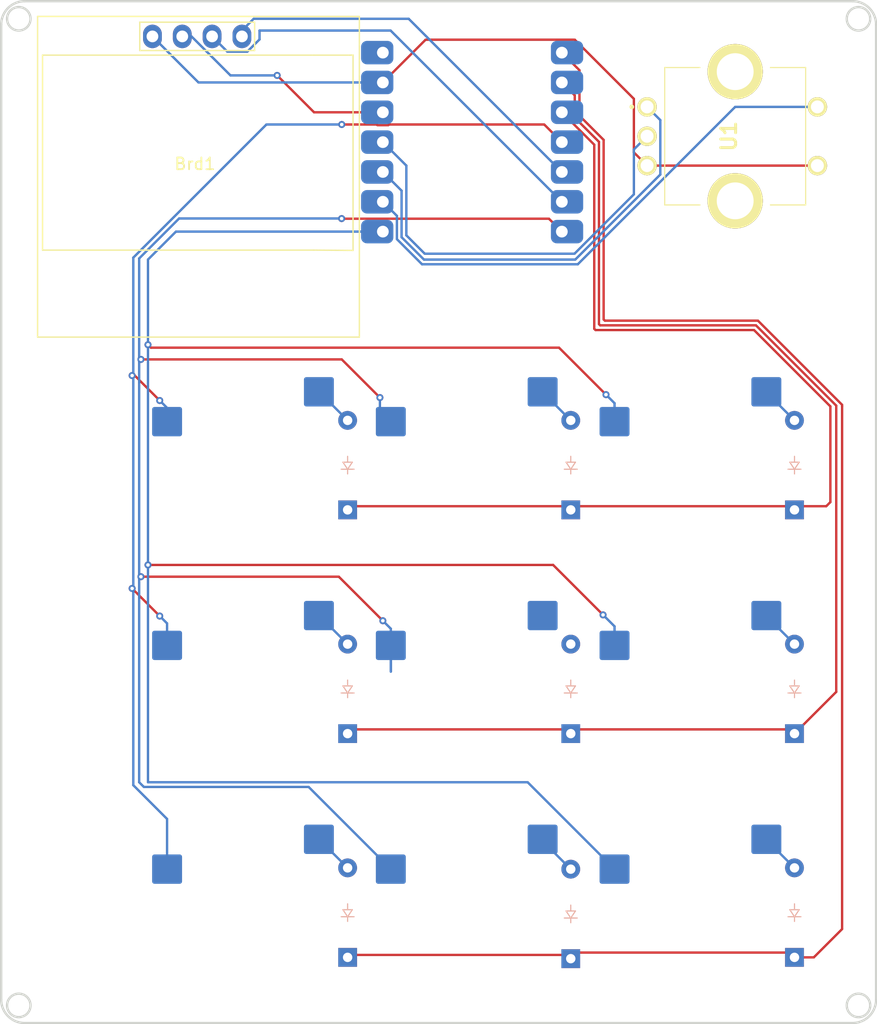
<source format=kicad_pcb>
(kicad_pcb (version 20240108) (generator "pcbnew") (generator_version "8.0")
  (layers (0 "F.Cu" signal) (31 "B.Cu" signal) (34 "B.Paste" user) (35 "F.Paste" user) (36 "B.SilkS" user "B.Silkscreen") (37 "F.SilkS" user "F.Silkscreen") (38 "B.Mask" user) (39 "F.Mask" user) (44 "Edge.Cuts" user))
  (net 0 "")
  (net 1 "Net-(D1-A)")
  (net 2 "Row 1")
  (net 3 "Net-(D2-A)")
  (net 4 "Net-(D3-A)")
  (net 5 "Net-(D4-A)")
  (net 6 "Row 2")
  (net 7 "Net-(D5-A)")
  (net 8 "Net-(D6-A)")
  (net 9 "Row 3")
  (net 10 "Net-(D7-A)")
  (net 11 "Net-(D8-A)")
  (net 12 "Net-(D9-A)")
  (net 13 "GND")
  (net 14 "Col 2")
  (net 15 "Col 3")
  (net 16 "Col 1")
  (net 17 "SCL")
  (net 18 "+3.3V")
  (net 20 "SDA")
  (net 21 "ENC_A")
  (net 22 "ENC_B")
  (net 23 "ENC_C")
  (footprint "display:128x64OLED" (layer "F.Cu") (at 114 52.1)
    (property "Reference" "Brd1" (at 0 0.254 0) (layer "F.SilkS"))
    (property "Value" "SSD1306")
    (fp_line (start -13.4 -12.3) (end 14 -12.3) (stroke (width 0.12)) (layer "F.SilkS"))
    (fp_line (start -13.4 15) (end -13.4 -12.3) (stroke (width 0.12)) (layer "F.SilkS"))
    (fp_line (start -12.978 -9.005) (end 10.122 -9.005) (stroke (width 0.12)) (layer "F.SilkS"))
    (fp_line (start -12.978 7.595) (end -12.978 -9.005) (stroke (width 0.12)) (layer "F.SilkS"))
    (fp_line (start -4.699 -11.811) (end -4.699 -9.398) (stroke (width 0.12)) (layer "F.SilkS"))
    (fp_line (start -4.699 -11.811) (end 5.08 -11.811) (stroke (width 0.12)) (layer "F.SilkS"))
    (fp_line (start 5.08 -11.811) (end 5.08 -9.398) (stroke (width 0.12)) (layer "F.SilkS"))
    (fp_line (start 5.08 -9.398) (end -4.699 -9.398) (stroke (width 0.12)) (layer "F.SilkS"))
    (fp_line (start 10.122 -9.005) (end 13.208 -9.005) (stroke (width 0.12)) (layer "F.SilkS"))
    (fp_line (start 10.122 7.595) (end -12.978 7.595) (stroke (width 0.12)) (layer "F.SilkS"))
    (fp_line (start 10.122 7.595) (end 13.462 7.62) (stroke (width 0.12)) (layer "F.SilkS"))
    (fp_line (start 13.462 -9.017) (end 13.208 -9.005) (stroke (width 0.12)) (layer "F.SilkS"))
    (fp_line (start 13.462 7.62) (end 13.462 -9.017) (stroke (width 0.12)) (layer "F.SilkS"))
    (fp_line (start 14 -12.3) (end 14 15) (stroke (width 0.12)) (layer "F.SilkS"))
    (fp_line (start 14 15) (end -13.4 15) (stroke (width 0.12)) (layer "F.SilkS"))
    (pad "1" thru_hole oval (at -3.62 -10.6 90) (size 2 1.6) (drill 1) (layers "*.Cu" "*.Mask") (net 13 "GND"))
    (pad "2" thru_hole oval (at -1.08 -10.6 90) (size 2 1.6) (drill 1) (layers "*.Cu" "*.Mask") (net 18 "+3.3V"))
    (pad "3" thru_hole oval (at 1.46 -10.6 90) (size 2 1.6) (drill 1) (layers "*.Cu" "*.Mask") (net 17 "SCL"))
    (pad "4" thru_hole oval (at 4 -10.6 90) (size 2 1.6) (drill 1) (layers "*.Cu" "*.Mask") (net 20 "SDA"))
  )
  (footprint "knob:EC11B202440M" (layer "F.Cu") (at 159.462 50 -90)
    (property "Reference" "U1" (at 0 0 -90) (layer "F.SilkS") (effects (font (size 1.27 1.27) (thickness 0.254))))
    (property "Value" "EC11E15244C0" (hide yes))
    (fp_line (start -2.6 8.262) (end -2.6 8.262) (stroke (width 0.2)) (layer "F.SilkS"))
    (fp_line (start -2.4 8.262) (end -2.4 8.262) (stroke (width 0.2)) (layer "F.SilkS"))
    (fp_line (start -5.85 5.462) (end 5.85 5.462) (stroke (width 0.1)) (layer "F.SilkS"))
    (fp_line (start 5.85 5.462) (end 5.85 2.462) (stroke (width 0.1)) (layer "F.SilkS"))
    (fp_line (start -5.85 2.462) (end -5.85 5.462) (stroke (width 0.1)) (layer "F.SilkS"))
    (fp_line (start -5.85 -3.538) (end -5.85 -6.538) (stroke (width 0.1)) (layer "F.SilkS"))
    (fp_line (start -5.85 -6.538) (end 5.85 -6.538) (stroke (width 0.1)) (layer "F.SilkS"))
    (fp_line (start 5.85 -6.538) (end 5.85 -3.538) (stroke (width 0.1)) (layer "F.SilkS"))
    (fp_arc (start -2.6 8.262) (mid -2.499 8.163) (end -2.4 8.264) (stroke (width 0.2)) (layer "F.SilkS"))
    (fp_arc (start -2.4 8.262) (mid -2.499 8.363) (end -2.6 8.264) (stroke (width 0.2)) (layer "F.SilkS"))
    (pad "1" thru_hole circle (at -2.5 6.962) (size 1.65 1.65) (drill 1.1) (layers "*.Cu" "*.Mask" "F.SilkS") (net 21 "ENC_A"))
    (pad "2" thru_hole circle (at 2.5 6.962) (size 1.65 1.65) (drill 1.1) (layers "*.Cu" "*.Mask" "F.SilkS") (net 13 "GND"))
    (pad "3" thru_hole circle (at 0 6.962) (size 1.65 1.65) (drill 1.1) (layers "*.Cu" "*.Mask" "F.SilkS") (net 22 "ENC_B"))
    (pad "4" thru_hole circle (at -2.5 -7.538) (size 1.65 1.65) (drill 1.1) (layers "*.Cu" "*.Mask" "F.SilkS") (net 23 "ENC_C"))
    (pad "5" thru_hole circle (at 2.5 -7.538) (size 1.65 1.65) (drill 1.1) (layers "*.Cu" "*.Mask" "F.SilkS") (net 13 "GND"))
    (pad "6" thru_hole circle (at -5.5 -0.538) (size 4.70775 4.70775) (drill 3.1385) (layers "*.Cu" "*.Mask" "F.SilkS"))
    (pad "7" thru_hole circle (at 5.5 -0.538) (size 4.70775 4.70775) (drill 3.1385) (layers "*.Cu" "*.Mask" "F.SilkS"))
  )
  (footprint "ScottoKeebs_Components:Diode_DO-35" (layer "B.Cu") (at 127 119.91 90)
    (property "Reference" "D7" (hide yes))
    (property "Value" "Diode" (hide yes))
    (fp_line (start 3.46 -0.55) (end 3.46 0.55) (stroke (width 0.1)) (layer "B.SilkS"))
    (fp_line (start 4.06 -0.4) (end 4.06 0.4) (stroke (width 0.1)) (layer "B.SilkS"))
    (fp_line (start 4.56 0) (end 4.06 0) (stroke (width 0.1)) (layer "B.SilkS"))
    (fp_line (start 3.46 0) (end 4.06 -0.4) (stroke (width 0.1)) (layer "B.SilkS"))
    (fp_line (start 3.46 0) (end 3.06 0) (stroke (width 0.1)) (layer "B.SilkS"))
    (fp_line (start 4.06 0.4) (end 3.46 0) (stroke (width 0.1)) (layer "B.SilkS"))
    (pad "1" thru_hole rect (at 0 0 90) (size 1.6 1.6) (drill 0.8) (layers "*.Cu" "*.Mask") (net 9 "Row 3"))
    (pad "2" thru_hole oval (at 7.62 0 90) (size 1.6 1.6) (drill 0.8) (layers "*.Cu" "*.Mask") (net 10 "Net-(D7-A)"))
  )
  (footprint "ScottoKeebs_Components:Diode_DO-35" (layer "B.Cu") (at 165.05 100.86 90)
    (property "Reference" "D6" (hide yes))
    (property "Value" "Diode" (hide yes))
    (fp_line (start 3.46 -0.55) (end 3.46 0.55) (stroke (width 0.1)) (layer "B.SilkS"))
    (fp_line (start 4.06 -0.4) (end 4.06 0.4) (stroke (width 0.1)) (layer "B.SilkS"))
    (fp_line (start 4.56 0) (end 4.06 0) (stroke (width 0.1)) (layer "B.SilkS"))
    (fp_line (start 3.46 0) (end 4.06 -0.4) (stroke (width 0.1)) (layer "B.SilkS"))
    (fp_line (start 3.46 0) (end 3.06 0) (stroke (width 0.1)) (layer "B.SilkS"))
    (fp_line (start 4.06 0.4) (end 3.46 0) (stroke (width 0.1)) (layer "B.SilkS"))
    (pad "1" thru_hole rect (at 0 0 90) (size 1.6 1.6) (drill 0.8) (layers "*.Cu" "*.Mask") (net 6 "Row 2"))
    (pad "2" thru_hole oval (at 7.62 0 90) (size 1.6 1.6) (drill 0.8) (layers "*.Cu" "*.Mask") (net 8 "Net-(D6-A)"))
  )
  (footprint "cherry:MX-Hotswap-1U" (layer "B.Cu") (at 118.7125 114.9375 180)
    (property "Reference" "S7")
    (property "Value" "Keyswitch")
    (pad "" np_thru_hole circle (at -5.08 0 228.099) (size 1.7018 1.7018) (drill 1.7018) (layers "F&B.Cu" "*.Mask"))
    (pad "" np_thru_hole circle (at -2.54 5.08 180) (size 3 3) (drill 3) (layers "F&B.Cu" "*.Mask"))
    (pad "" np_thru_hole circle (at 0 0 180) (size 3.9878 3.9878) (drill 3.9878) (layers "F&B.Cu" "*.Mask"))
    (pad "" np_thru_hole circle (at 3.81 2.54 180) (size 3 3) (drill 3) (layers "F&B.Cu" "*.Mask"))
    (pad "" np_thru_hole circle (at 5.08 0 228.099) (size 1.7018 1.7018) (drill 1.7018) (layers "F&B.Cu" "*.Mask"))
    (pad "1" smd roundrect (at 7.085 2.54 180) (size 2.55 2.5) (layers "B.Cu" "B.Paste" "B.Mask") (roundrect_rratio 0.08) (net 16 "Col 1"))
    (pad "2" smd roundrect (at -5.842 5.08 180) (size 2.55 2.5) (layers "B.Cu" "B.Paste" "B.Mask") (roundrect_rratio 0.08) (net 10 "Net-(D7-A)"))
  )
  (footprint "ScottoKeebs_Components:Diode_DO-35" (layer "B.Cu") (at 127 81.81 90)
    (property "Reference" "D1" (hide yes))
    (property "Value" "Diode" (hide yes))
    (fp_line (start 3.46 -0.55) (end 3.46 0.55) (stroke (width 0.1)) (layer "B.SilkS"))
    (fp_line (start 4.06 -0.4) (end 4.06 0.4) (stroke (width 0.1)) (layer "B.SilkS"))
    (fp_line (start 4.56 0) (end 4.06 0) (stroke (width 0.1)) (layer "B.SilkS"))
    (fp_line (start 3.46 0) (end 4.06 -0.4) (stroke (width 0.1)) (layer "B.SilkS"))
    (fp_line (start 3.46 0) (end 3.06 0) (stroke (width 0.1)) (layer "B.SilkS"))
    (fp_line (start 4.06 0.4) (end 3.46 0) (stroke (width 0.1)) (layer "B.SilkS"))
    (pad "1" thru_hole rect (at 0 0 90) (size 1.6 1.6) (drill 0.8) (layers "*.Cu" "*.Mask") (net 2 "Row 1"))
    (pad "2" thru_hole oval (at 7.62 0 90) (size 1.6 1.6) (drill 0.8) (layers "*.Cu" "*.Mask") (net 1 "Net-(D1-A)"))
  )
  (footprint "ScottoKeebs_Components:Diode_DO-35" (layer "B.Cu") (at 146 81.81 90)
    (property "Reference" "D2" (hide yes))
    (property "Value" "Diode" (hide yes))
    (fp_line (start 3.46 -0.55) (end 3.46 0.55) (stroke (width 0.1)) (layer "B.SilkS"))
    (fp_line (start 4.06 -0.4) (end 4.06 0.4) (stroke (width 0.1)) (layer "B.SilkS"))
    (fp_line (start 4.56 0) (end 4.06 0) (stroke (width 0.1)) (layer "B.SilkS"))
    (fp_line (start 3.46 0) (end 4.06 -0.4) (stroke (width 0.1)) (layer "B.SilkS"))
    (fp_line (start 3.46 0) (end 3.06 0) (stroke (width 0.1)) (layer "B.SilkS"))
    (fp_line (start 4.06 0.4) (end 3.46 0) (stroke (width 0.1)) (layer "B.SilkS"))
    (pad "1" thru_hole rect (at 0 0 90) (size 1.6 1.6) (drill 0.8) (layers "*.Cu" "*.Mask") (net 2 "Row 1"))
    (pad "2" thru_hole oval (at 7.62 0 90) (size 1.6 1.6) (drill 0.8) (layers "*.Cu" "*.Mask") (net 3 "Net-(D2-A)"))
  )
  (footprint "ScottoKeebs_Components:Diode_DO-35" (layer "B.Cu") (at 165.05 81.81 90)
    (property "Reference" "D3" (hide yes))
    (property "Value" "Diode" (hide yes))
    (fp_line (start 3.46 -0.55) (end 3.46 0.55) (stroke (width 0.1)) (layer "B.SilkS"))
    (fp_line (start 4.06 -0.4) (end 4.06 0.4) (stroke (width 0.1)) (layer "B.SilkS"))
    (fp_line (start 4.56 0) (end 4.06 0) (stroke (width 0.1)) (layer "B.SilkS"))
    (fp_line (start 3.46 0) (end 4.06 -0.4) (stroke (width 0.1)) (layer "B.SilkS"))
    (fp_line (start 3.46 0) (end 3.06 0) (stroke (width 0.1)) (layer "B.SilkS"))
    (fp_line (start 4.06 0.4) (end 3.46 0) (stroke (width 0.1)) (layer "B.SilkS"))
    (pad "1" thru_hole rect (at 0 0 90) (size 1.6 1.6) (drill 0.8) (layers "*.Cu" "*.Mask") (net 2 "Row 1"))
    (pad "2" thru_hole oval (at 7.62 0 90) (size 1.6 1.6) (drill 0.8) (layers "*.Cu" "*.Mask") (net 4 "Net-(D3-A)"))
  )
  (footprint "ScottoKeebs_Components:Diode_DO-35" (layer "B.Cu") (at 165.05 119.91 90)
    (property "Reference" "D9" (hide yes))
    (property "Value" "Diode" (hide yes))
    (fp_line (start 3.46 -0.55) (end 3.46 0.55) (stroke (width 0.1)) (layer "B.SilkS"))
    (fp_line (start 4.06 -0.4) (end 4.06 0.4) (stroke (width 0.1)) (layer "B.SilkS"))
    (fp_line (start 4.56 0) (end 4.06 0) (stroke (width 0.1)) (layer "B.SilkS"))
    (fp_line (start 3.46 0) (end 4.06 -0.4) (stroke (width 0.1)) (layer "B.SilkS"))
    (fp_line (start 3.46 0) (end 3.06 0) (stroke (width 0.1)) (layer "B.SilkS"))
    (fp_line (start 4.06 0.4) (end 3.46 0) (stroke (width 0.1)) (layer "B.SilkS"))
    (pad "1" thru_hole rect (at 0 0 90) (size 1.6 1.6) (drill 0.8) (layers "*.Cu" "*.Mask") (net 9 "Row 3"))
    (pad "2" thru_hole oval (at 7.62 0 90) (size 1.6 1.6) (drill 0.8) (layers "*.Cu" "*.Mask") (net 12 "Net-(D9-A)"))
  )
  (footprint "cherry:MX-Hotswap-1U" (layer "B.Cu") (at 156.8125 76.8375 180)
    (property "Reference" "S3")
    (property "Value" "Keyswitch")
    (pad "" np_thru_hole circle (at -5.08 0 228.099) (size 1.7018 1.7018) (drill 1.7018) (layers "F&B.Cu" "*.Mask"))
    (pad "" np_thru_hole circle (at -2.54 5.08 180) (size 3 3) (drill 3) (layers "F&B.Cu" "*.Mask"))
    (pad "" np_thru_hole circle (at 0 0 180) (size 3.9878 3.9878) (drill 3.9878) (layers "F&B.Cu" "*.Mask"))
    (pad "" np_thru_hole circle (at 3.81 2.54 180) (size 3 3) (drill 3) (layers "F&B.Cu" "*.Mask"))
    (pad "" np_thru_hole circle (at 5.08 0 228.099) (size 1.7018 1.7018) (drill 1.7018) (layers "F&B.Cu" "*.Mask"))
    (pad "1" smd roundrect (at 7.085 2.54 180) (size 2.55 2.5) (layers "B.Cu" "B.Paste" "B.Mask") (roundrect_rratio 0.08) (net 15 "Col 3"))
    (pad "2" smd roundrect (at -5.842 5.08 180) (size 2.55 2.5) (layers "B.Cu" "B.Paste" "B.Mask") (roundrect_rratio 0.08) (net 4 "Net-(D3-A)"))
  )
  (footprint "cherry:MX-Hotswap-1U" (layer "B.Cu") (at 118.7125 95.8875 180)
    (property "Reference" "S4")
    (property "Value" "Keyswitch")
    (pad "" np_thru_hole circle (at -5.08 0 228.099) (size 1.7018 1.7018) (drill 1.7018) (layers "F&B.Cu" "*.Mask"))
    (pad "" np_thru_hole circle (at -2.54 5.08 180) (size 3 3) (drill 3) (layers "F&B.Cu" "*.Mask"))
    (pad "" np_thru_hole circle (at 0 0 180) (size 3.9878 3.9878) (drill 3.9878) (layers "F&B.Cu" "*.Mask"))
    (pad "" np_thru_hole circle (at 3.81 2.54 180) (size 3 3) (drill 3) (layers "F&B.Cu" "*.Mask"))
    (pad "" np_thru_hole circle (at 5.08 0 228.099) (size 1.7018 1.7018) (drill 1.7018) (layers "F&B.Cu" "*.Mask"))
    (pad "1" smd roundrect (at 7.085 2.54 180) (size 2.55 2.5) (layers "B.Cu" "B.Paste" "B.Mask") (roundrect_rratio 0.08) (net 16 "Col 1"))
    (pad "2" smd roundrect (at -5.842 5.08 180) (size 2.55 2.5) (layers "B.Cu" "B.Paste" "B.Mask") (roundrect_rratio 0.08) (net 5 "Net-(D4-A)"))
  )
  (footprint "ScottoKeebs_Components:Diode_DO-35" (layer "B.Cu") (at 127 100.86 90)
    (property "Reference" "D4" (hide yes))
    (property "Value" "Diode" (hide yes))
    (fp_line (start 3.46 -0.55) (end 3.46 0.55) (stroke (width 0.1)) (layer "B.SilkS"))
    (fp_line (start 4.06 -0.4) (end 4.06 0.4) (stroke (width 0.1)) (layer "B.SilkS"))
    (fp_line (start 4.56 0) (end 4.06 0) (stroke (width 0.1)) (layer "B.SilkS"))
    (fp_line (start 3.46 0) (end 4.06 -0.4) (stroke (width 0.1)) (layer "B.SilkS"))
    (fp_line (start 3.46 0) (end 3.06 0) (stroke (width 0.1)) (layer "B.SilkS"))
    (fp_line (start 4.06 0.4) (end 3.46 0) (stroke (width 0.1)) (layer "B.SilkS"))
    (pad "1" thru_hole rect (at 0 0 90) (size 1.6 1.6) (drill 0.8) (layers "*.Cu" "*.Mask") (net 6 "Row 2"))
    (pad "2" thru_hole oval (at 7.62 0 90) (size 1.6 1.6) (drill 0.8) (layers "*.Cu" "*.Mask") (net 5 "Net-(D4-A)"))
  )
  (footprint "cherry:MX-Hotswap-1U" (layer "B.Cu") (at 156.8125 114.9375 180)
    (property "Reference" "S9")
    (property "Value" "Keyswitch")
    (pad "" np_thru_hole circle (at -5.08 0 228.099) (size 1.7018 1.7018) (drill 1.7018) (layers "F&B.Cu" "*.Mask"))
    (pad "" np_thru_hole circle (at -2.54 5.08 180) (size 3 3) (drill 3) (layers "F&B.Cu" "*.Mask"))
    (pad "" np_thru_hole circle (at 0 0 180) (size 3.9878 3.9878) (drill 3.9878) (layers "F&B.Cu" "*.Mask"))
    (pad "" np_thru_hole circle (at 3.81 2.54 180) (size 3 3) (drill 3) (layers "F&B.Cu" "*.Mask"))
    (pad "" np_thru_hole circle (at 5.08 0 228.099) (size 1.7018 1.7018) (drill 1.7018) (layers "F&B.Cu" "*.Mask"))
    (pad "1" smd roundrect (at 7.085 2.54 180) (size 2.55 2.5) (layers "B.Cu" "B.Paste" "B.Mask") (roundrect_rratio 0.08) (net 15 "Col 3"))
    (pad "2" smd roundrect (at -5.842 5.08 180) (size 2.55 2.5) (layers "B.Cu" "B.Paste" "B.Mask") (roundrect_rratio 0.08) (net 12 "Net-(D9-A)"))
  )
  (footprint "ScottoKeebs_Components:Diode_DO-35" (layer "B.Cu") (at 146 100.86 90)
    (property "Reference" "D5" (hide yes))
    (property "Value" "Diode" (hide yes))
    (fp_line (start 3.46 -0.55) (end 3.46 0.55) (stroke (width 0.1)) (layer "B.SilkS"))
    (fp_line (start 4.06 -0.4) (end 4.06 0.4) (stroke (width 0.1)) (layer "B.SilkS"))
    (fp_line (start 4.56 0) (end 4.06 0) (stroke (width 0.1)) (layer "B.SilkS"))
    (fp_line (start 3.46 0) (end 4.06 -0.4) (stroke (width 0.1)) (layer "B.SilkS"))
    (fp_line (start 3.46 0) (end 3.06 0) (stroke (width 0.1)) (layer "B.SilkS"))
    (fp_line (start 4.06 0.4) (end 3.46 0) (stroke (width 0.1)) (layer "B.SilkS"))
    (pad "1" thru_hole rect (at 0 0 90) (size 1.6 1.6) (drill 0.8) (layers "*.Cu" "*.Mask") (net 6 "Row 2"))
    (pad "2" thru_hole oval (at 7.62 0 90) (size 1.6 1.6) (drill 0.8) (layers "*.Cu" "*.Mask") (net 7 "Net-(D5-A)"))
  )
  (footprint "cherry:MX-Hotswap-1U" (layer "B.Cu") (at 118.7125 76.8375 180)
    (property "Reference" "S1")
    (property "Value" "Keyswitch")
    (pad "" np_thru_hole circle (at -5.08 0 228.099) (size 1.7018 1.7018) (drill 1.7018) (layers "F&B.Cu" "*.Mask"))
    (pad "" np_thru_hole circle (at -2.54 5.08 180) (size 3 3) (drill 3) (layers "F&B.Cu" "*.Mask"))
    (pad "" np_thru_hole circle (at 0 0 180) (size 3.9878 3.9878) (drill 3.9878) (layers "F&B.Cu" "*.Mask"))
    (pad "" np_thru_hole circle (at 3.81 2.54 180) (size 3 3) (drill 3) (layers "F&B.Cu" "*.Mask"))
    (pad "" np_thru_hole circle (at 5.08 0 228.099) (size 1.7018 1.7018) (drill 1.7018) (layers "F&B.Cu" "*.Mask"))
    (pad "1" smd roundrect (at 7.085 2.54 180) (size 2.55 2.5) (layers "B.Cu" "B.Paste" "B.Mask") (roundrect_rratio 0.08) (net 16 "Col 1"))
    (pad "2" smd roundrect (at -5.842 5.08 180) (size 2.55 2.5) (layers "B.Cu" "B.Paste" "B.Mask") (roundrect_rratio 0.08) (net 1 "Net-(D1-A)"))
  )
  (footprint "cherry:MX-Hotswap-1U" (layer "B.Cu") (at 156.8125 95.8875 180)
    (property "Reference" "S6")
    (property "Value" "Keyswitch")
    (pad "" np_thru_hole circle (at -5.08 0 228.099) (size 1.7018 1.7018) (drill 1.7018) (layers "F&B.Cu" "*.Mask"))
    (pad "" np_thru_hole circle (at -2.54 5.08 180) (size 3 3) (drill 3) (layers "F&B.Cu" "*.Mask"))
    (pad "" np_thru_hole circle (at 0 0 180) (size 3.9878 3.9878) (drill 3.9878) (layers "F&B.Cu" "*.Mask"))
    (pad "" np_thru_hole circle (at 3.81 2.54 180) (size 3 3) (drill 3) (layers "F&B.Cu" "*.Mask"))
    (pad "" np_thru_hole circle (at 5.08 0 228.099) (size 1.7018 1.7018) (drill 1.7018) (layers "F&B.Cu" "*.Mask"))
    (pad "1" smd roundrect (at 7.085 2.54 180) (size 2.55 2.5) (layers "B.Cu" "B.Paste" "B.Mask") (roundrect_rratio 0.08) (net 15 "Col 3"))
    (pad "2" smd roundrect (at -5.842 5.08 180) (size 2.55 2.5) (layers "B.Cu" "B.Paste" "B.Mask") (roundrect_rratio 0.08) (net 8 "Net-(D6-A)"))
  )
  (footprint "mcusb:Seeed_XIAO_RP2040" (layer "B.Cu") (at 137.62 50.5 180)
    (property "Reference" "U2" (hide yes))
    (property "Value" "MCU_Seeed_XIAO_RP2040")
    (pad "1" smd roundrect (at -8.065 7.62 180) (size 2.75 2) (layers "B.Cu" "B.Paste" "B.Mask") (net 9 "Row 3"))
    (pad "1" thru_hole rect (at -7.62 7.62 90) (size 1.6 1.6) (drill 1) (layers "*.Cu" "*.Mask") (net 9 "Row 3"))
    (pad "2" smd roundrect (at -8.065 5.08 180) (size 2.75 2) (layers "B.Cu" "B.Paste" "B.Mask") (net 6 "Row 2"))
    (pad "2" thru_hole circle (at -7.62 5.08 90) (size 1.6 1.6) (drill 1) (layers "*.Cu" "*.Mask") (net 6 "Row 2"))
    (pad "3" smd roundrect (at -8.065 2.54 180) (size 2.75 2) (layers "B.Cu" "B.Paste" "B.Mask") (net 2 "Row 1"))
    (pad "3" thru_hole circle (at -7.62 2.54 90) (size 1.6 1.6) (drill 1) (layers "*.Cu" "*.Mask") (net 2 "Row 1"))
    (pad "4" smd roundrect (at -8.065 0 180) (size 2.75 2) (layers "B.Cu" "B.Paste" "B.Mask") (net 16 "Col 1"))
    (pad "4" thru_hole circle (at -7.62 0 90) (size 1.6 1.6) (drill 1) (layers "*.Cu" "*.Mask") (net 16 "Col 1"))
    (pad "5" smd roundrect (at -8.065 -2.54 180) (size 2.75 2) (layers "B.Cu" "B.Paste" "B.Mask") (net 20 "SDA"))
    (pad "5" thru_hole circle (at -7.62 -2.54 90) (size 1.6 1.6) (drill 1) (layers "*.Cu" "*.Mask") (net 20 "SDA"))
    (pad "6" smd roundrect (at -8.065 -5.08 180) (size 2.75 2) (layers "B.Cu" "B.Paste" "B.Mask") (net 17 "SCL"))
    (pad "6" thru_hole circle (at -7.62 -5.08 90) (size 1.6 1.6) (drill 1) (layers "*.Cu" "*.Mask") (net 17 "SCL"))
    (pad "7" smd roundrect (at -8.065 -7.62 180) (size 2.75 2) (layers "B.Cu" "B.Paste" "B.Mask") (net 14 "Col 2"))
    (pad "7" thru_hole circle (at -7.62 -7.62 90) (size 1.6 1.6) (drill 1) (layers "*.Cu" "*.Mask") (net 14 "Col 2"))
    (pad "8" thru_hole circle (at 7.62 -7.62 90) (size 1.6 1.6) (drill 1) (layers "*.Cu" "*.Mask") (net 15 "Col 3"))
    (pad "8" smd roundrect (at 8.1 -7.62 180) (size 2.75 2) (layers "B.Cu" "B.Paste" "B.Mask") (net 15 "Col 3"))
    (pad "9" thru_hole circle (at 7.62 -5.08 90) (size 1.6 1.6) (drill 1) (layers "*.Cu" "*.Mask") (net 23 "ENC_C"))
    (pad "9" smd roundrect (at 8.1 -5.08 180) (size 2.75 2) (layers "B.Cu" "B.Paste" "B.Mask") (net 23 "ENC_C"))
    (pad "10" thru_hole circle (at 7.62 -2.54 90) (size 1.6 1.6) (drill 1) (layers "*.Cu" "*.Mask") (net 21 "ENC_A"))
    (pad "10" smd roundrect (at 8.1 -2.54 180) (size 2.75 2) (layers "B.Cu" "B.Paste" "B.Mask") (net 21 "ENC_A"))
    (pad "11" thru_hole circle (at 7.62 0 90) (size 1.6 1.6) (drill 1) (layers "*.Cu" "*.Mask") (net 22 "ENC_B"))
    (pad "11" smd roundrect (at 8.1 0 180) (size 2.75 2) (layers "B.Cu" "B.Paste" "B.Mask") (net 22 "ENC_B"))
    (pad "12" thru_hole circle (at 7.62 2.54 90) (size 1.6 1.6) (drill 1) (layers "*.Cu" "*.Mask") (net 18 "+3.3V"))
    (pad "12" smd roundrect (at 8.1 2.54 180) (size 2.75 2) (layers "B.Cu" "B.Paste" "B.Mask") (net 18 "+3.3V"))
    (pad "13" thru_hole circle (at 7.62 5.08 90) (size 1.6 1.6) (drill 1) (layers "*.Cu" "*.Mask") (net 13 "GND"))
    (pad "13" smd roundrect (at 8.1 5.08 180) (size 2.75 2) (layers "B.Cu" "B.Paste" "B.Mask") (net 13 "GND"))
    (pad "14" thru_hole circle (at 7.62 7.62 90) (size 1.6 1.6) (drill 1) (layers "*.Cu" "*.Mask"))
    (pad "14" smd roundrect (at 8.1 7.62 180) (size 2.75 2) (layers "B.Cu" "B.Paste" "B.Mask"))
  )
  (footprint "cherry:MX-Hotswap-1U" (layer "B.Cu") (at 137.7625 76.8375 180)
    (property "Reference" "S2")
    (property "Value" "Keyswitch")
    (pad "" np_thru_hole circle (at -5.08 0 228.099) (size 1.7018 1.7018) (drill 1.7018) (layers "F&B.Cu" "*.Mask"))
    (pad "" np_thru_hole circle (at -2.54 5.08 180) (size 3 3) (drill 3) (layers "F&B.Cu" "*.Mask"))
    (pad "" np_thru_hole circle (at 0 0 180) (size 3.9878 3.9878) (drill 3.9878) (layers "F&B.Cu" "*.Mask"))
    (pad "" np_thru_hole circle (at 3.81 2.54 180) (size 3 3) (drill 3) (layers "F&B.Cu" "*.Mask"))
    (pad "" np_thru_hole circle (at 5.08 0 228.099) (size 1.7018 1.7018) (drill 1.7018) (layers "F&B.Cu" "*.Mask"))
    (pad "1" smd roundrect (at 7.085 2.54 180) (size 2.55 2.5) (layers "B.Cu" "B.Paste" "B.Mask") (roundrect_rratio 0.08) (net 14 "Col 2"))
    (pad "2" smd roundrect (at -5.842 5.08 180) (size 2.55 2.5) (layers "B.Cu" "B.Paste" "B.Mask") (roundrect_rratio 0.08) (net 3 "Net-(D2-A)"))
  )
  (footprint "cherry:MX-Hotswap-1U" (layer "B.Cu") (at 137.7625 114.9375 180)
    (property "Reference" "S8")
    (property "Value" "Keyswitch")
    (pad "" np_thru_hole circle (at -5.08 0 228.099) (size 1.7018 1.7018) (drill 1.7018) (layers "F&B.Cu" "*.Mask"))
    (pad "" np_thru_hole circle (at -2.54 5.08 180) (size 3 3) (drill 3) (layers "F&B.Cu" "*.Mask"))
    (pad "" np_thru_hole circle (at 0 0 180) (size 3.9878 3.9878) (drill 3.9878) (layers "F&B.Cu" "*.Mask"))
    (pad "" np_thru_hole circle (at 3.81 2.54 180) (size 3 3) (drill 3) (layers "F&B.Cu" "*.Mask"))
    (pad "" np_thru_hole circle (at 5.08 0 228.099) (size 1.7018 1.7018) (drill 1.7018) (layers "F&B.Cu" "*.Mask"))
    (pad "1" smd roundrect (at 7.085 2.54 180) (size 2.55 2.5) (layers "B.Cu" "B.Paste" "B.Mask") (roundrect_rratio 0.08) (net 14 "Col 2"))
    (pad "2" smd roundrect (at -5.842 5.08 180) (size 2.55 2.5) (layers "B.Cu" "B.Paste" "B.Mask") (roundrect_rratio 0.08) (net 11 "Net-(D8-A)"))
  )
  (footprint "ScottoKeebs_Components:Diode_DO-35" (layer "B.Cu") (at 146 120.02 90)
    (property "Reference" "D8" (hide yes))
    (property "Value" "Diode" (hide yes))
    (fp_line (start 3.46 -0.55) (end 3.46 0.55) (stroke (width 0.1)) (layer "B.SilkS"))
    (fp_line (start 4.06 -0.4) (end 4.06 0.4) (stroke (width 0.1)) (layer "B.SilkS"))
    (fp_line (start 4.56 0) (end 4.06 0) (stroke (width 0.1)) (layer "B.SilkS"))
    (fp_line (start 3.46 0) (end 4.06 -0.4) (stroke (width 0.1)) (layer "B.SilkS"))
    (fp_line (start 3.46 0) (end 3.06 0) (stroke (width 0.1)) (layer "B.SilkS"))
    (fp_line (start 4.06 0.4) (end 3.46 0) (stroke (width 0.1)) (layer "B.SilkS"))
    (pad "1" thru_hole rect (at 0 0 90) (size 1.6 1.6) (drill 0.8) (layers "*.Cu" "*.Mask") (net 9 "Row 3"))
    (pad "2" thru_hole oval (at 7.62 0 90) (size 1.6 1.6) (drill 0.8) (layers "*.Cu" "*.Mask") (net 11 "Net-(D8-A)"))
  )
  (footprint "cherry:MX-Hotswap-1U" (layer "B.Cu") (at 137.7625 95.8875 180)
    (property "Reference" "S5")
    (property "Value" "Keyswitch")
    (pad "" np_thru_hole circle (at -5.08 0 228.099) (size 1.7018 1.7018) (drill 1.7018) (layers "F&B.Cu" "*.Mask"))
    (pad "" np_thru_hole circle (at -2.54 5.08 180) (size 3 3) (drill 3) (layers "F&B.Cu" "*.Mask"))
    (pad "" np_thru_hole circle (at 0 0 180) (size 3.9878 3.9878) (drill 3.9878) (layers "F&B.Cu" "*.Mask"))
    (pad "" np_thru_hole circle (at 3.81 2.54 180) (size 3 3) (drill 3) (layers "F&B.Cu" "*.Mask"))
    (pad "" np_thru_hole circle (at 5.08 0 228.099) (size 1.7018 1.7018) (drill 1.7018) (layers "F&B.Cu" "*.Mask"))
    (pad "1" smd roundrect (at 7.085 2.54 180) (size 2.55 2.5) (layers "B.Cu" "B.Paste" "B.Mask") (roundrect_rratio 0.08) (net 14 "Col 2"))
    (pad "2" smd roundrect (at -5.842 5.08 180) (size 2.55 2.5) (layers "B.Cu" "B.Paste" "B.Mask") (roundrect_rratio 0.08) (net 7 "Net-(D5-A)"))
  )
  (gr_line (start 169.105 73) (end 169.105 117.5) (stroke (width 0.2)) (layer "F.Cu") (net 9))
  (gr_circle (center 99 40) (end 100 40) (stroke (width 0.2)) (fill none) (layer "Edge.Cuts"))
  (gr_circle (center 170.5 124) (end 171.5 124) (stroke (width 0.2)) (fill none) (layer "Edge.Cuts"))
  (gr_circle (center 99 124) (end 100 124) (stroke (width 0.2)) (fill none) (layer "Edge.Cuts"))
  (gr_arc (start 99.5 125.5) (mid 98.085786 124.914214) (end 97.5 123.5) (stroke (width 0.2)) (layer "Edge.Cuts"))
  (gr_line (start 99.5 38.5) (end 170 38.5) (stroke (width 0.2)) (layer "Edge.Cuts"))
  (gr_circle (center 170.5 40) (end 171.5 40) (stroke (width 0.2)) (fill none) (layer "Edge.Cuts"))
  (gr_arc (start 97.5 40.5) (mid 98.085786 39.085786) (end 99.5 38.5) (stroke (width 0.2)) (layer "Edge.Cuts"))
  (gr_line (start 170 125.5) (end 99.5 125.5) (stroke (width 0.2)) (layer "Edge.Cuts"))
  (gr_arc (start 172 123.5) (mid 171.414214 124.914214) (end 170 125.5) (stroke (width 0.2)) (layer "Edge.Cuts"))
  (gr_line (start 172 40.5) (end 172 123.5) (stroke (width 0.2)) (layer "Edge.Cuts"))
  (gr_line (start 97.5 123.5) (end 97.5 40.5) (stroke (width 0.2)) (layer "Edge.Cuts"))
  (gr_arc (start 170 38.5) (mid 171.414214 39.085786) (end 172 40.5) (stroke (width 0.2)) (layer "Edge.Cuts"))
  (segment (start 127 74.19) (end 124.5675 71.7575) (width 0.2) (layer "B.Cu") (net 1))
  (segment (start 124.5675 71.7575) (end 124.5545 71.7575) (width 0.2) (layer "B.Cu") (net 1))
  (segment (start 127.31 81.5) (end 127 81.81) (width 0.2) (layer "F.Cu") (net 2))
  (segment (start 145.24 47.96) (end 148 50.72) (width 0.2) (layer "F.Cu") (net 2))
  (segment (start 148.105 66.5) (end 161.605 66.5) (width 0.2) (layer "F.Cu") (net 2))
  (segment (start 146.31 81.5) (end 146 81.81) (width 0.2) (layer "F.Cu") (net 2))
  (segment (start 167.755 81.5) (end 165.36 81.5) (width 0.2) (layer "F.Cu") (net 2))
  (segment (start 145.69 81.5) (end 127.31 81.5) (width 0.2) (layer "F.Cu") (net 2))
  (segment (start 168.105 73) (end 168.105 81.15) (width 0.2) (layer "F.Cu") (net 2))
  (segment (start 165.05 81.81) (end 164.74 81.5) (width 0.2) (layer "F.Cu") (net 2))
  (segment (start 146 81.81) (end 145.69 81.5) (width 0.2) (layer "F.Cu") (net 2))
  (segment (start 164.74 81.5) (end 146.31 81.5) (width 0.2) (layer "F.Cu") (net 2))
  (segment (start 168.105 81.15) (end 167.755 81.5) (width 0.2) (layer "F.Cu") (net 2))
  (segment (start 165.36 81.5) (end 165.05 81.81) (width 0.2) (layer "F.Cu") (net 2))
  (segment (start 161.605 66.5) (end 168.105 73) (width 0.2) (layer "F.Cu") (net 2))
  (segment (start 148 66.395) (end 148.105 66.5) (width 0.2) (layer "F.Cu") (net 2))
  (segment (start 148 50.72) (end 148 66.395) (width 0.2) (layer "F.Cu") (net 2))
  (segment (start 143.6045 71.7945) (end 143.6045 71.7575) (width 0.2) (layer "B.Cu") (net 3))
  (segment (start 146 74.19) (end 143.6045 71.7945) (width 0.2) (layer "B.Cu") (net 3))
  (segment (start 162.6545 71.7945) (end 162.6545 71.7575) (width 0.2) (layer "B.Cu") (net 4))
  (segment (start 165.05 74.19) (end 162.6545 71.7945) (width 0.2) (layer "B.Cu") (net 4))
  (segment (start 127 93.24) (end 124.5675 90.8075) (width 0.2) (layer "B.Cu") (net 5))
  (segment (start 124.5675 90.8075) (end 124.5545 90.8075) (width 0.2) (layer "B.Cu") (net 5))
  (segment (start 127.36 100.5) (end 127 100.86) (width 0.2) (layer "F.Cu") (net 6))
  (segment (start 146 100.86) (end 145.64 100.5) (width 0.2) (layer "F.Cu") (net 6))
  (segment (start 168.605 72.934314) (end 168.605 97.305) (width 0.2) (layer "F.Cu") (net 6))
  (segment (start 164.69 100.5) (end 146.36 100.5) (width 0.2) (layer "F.Cu") (net 6))
  (segment (start 161.770686 66.1) (end 168.605 72.934314) (width 0.2) (layer "F.Cu") (net 6))
  (segment (start 148.4 50.475635) (end 148.4 65.995) (width 0.2) (layer "F.Cu") (net 6))
  (segment (start 168.605 97.305) (end 165.05 100.86) (width 0.2) (layer "F.Cu") (net 6))
  (segment (start 165.05 100.86) (end 164.69 100.5) (width 0.2) (layer "F.Cu") (net 6))
  (segment (start 145.24 45.42) (end 146.34 46.52) (width 0.2) (layer "F.Cu") (net 6))
  (segment (start 148.505 66.1) (end 161.770686 66.1) (width 0.2) (layer "F.Cu") (net 6))
  (segment (start 146.36 100.5) (end 146 100.86) (width 0.2) (layer "F.Cu") (net 6))
  (segment (start 146.34 48.415635) (end 148.4 50.475635) (width 0.2) (layer "F.Cu") (net 6))
  (segment (start 148.4 65.995) (end 148.505 66.1) (width 0.2) (layer "F.Cu") (net 6))
  (segment (start 146.34 46.52) (end 146.34 48.415635) (width 0.2) (layer "F.Cu") (net 6))
  (segment (start 145.64 100.5) (end 127.36 100.5) (width 0.2) (layer "F.Cu") (net 6))
  (segment (start 162.6545 90.8445) (end 162.6545 90.8075) (width 0.2) (layer "B.Cu") (net 8))
  (segment (start 165.05 93.24) (end 162.6545 90.8445) (width 0.2) (layer "B.Cu") (net 8))
  (segment (start 169.105 73) (end 169.105 72.868628) (width 0.2) (layer "F.Cu") (net 9))
  (segment (start 146.74 44.38) (end 145.24 42.88) (width 0.2) (layer "F.Cu") (net 9))
  (segment (start 145.68 119.7) (end 146 120.02) (width 0.2) (layer "F.Cu") (net 9))
  (segment (start 169.105 72.868628) (end 161.936372 65.7) (width 0.2) (layer "F.Cu") (net 9))
  (segment (start 127.21 119.7) (end 145.68 119.7) (width 0.2) (layer "F.Cu") (net 9))
  (segment (start 127 119.91) (end 127.21 119.7) (width 0.2) (layer "F.Cu") (net 9))
  (segment (start 166.695 119.91) (end 169.105 117.5) (width 0.2) (layer "F.Cu") (net 9))
  (segment (start 161.936372 65.7) (end 148.905 65.7) (width 0.2) (layer "F.Cu") (net 9))
  (segment (start 165.05 119.91) (end 166.695 119.91) (width 0.2) (layer "F.Cu") (net 9))
  (segment (start 148.8 50.309949) (end 146.74 48.249949) (width 0.2) (layer "F.Cu") (net 9))
  (segment (start 148.905 65.7) (end 148.8 65.595) (width 0.2) (layer "F.Cu") (net 9))
  (segment (start 148.8 65.595) (end 148.8 50.309949) (width 0.2) (layer "F.Cu") (net 9))
  (segment (start 164.64 119.5) (end 165.05 119.91) (width 0.2) (layer "F.Cu") (net 9))
  (segment (start 146 120.02) (end 146.52 119.5) (width 0.2) (layer "F.Cu") (net 9))
  (segment (start 146.74 48.249949) (end 146.74 44.38) (width 0.2) (layer "F.Cu") (net 9))
  (segment (start 146.52 119.5) (end 164.64 119.5) (width 0.2) (layer "F.Cu") (net 9))
  (segment (start 124.5545 109.8575) (end 124.5675 109.8575) (width 0.2) (layer "B.Cu") (net 10))
  (segment (start 124.5675 109.8575) (end 127 112.29) (width 0.2) (layer "B.Cu") (net 10))
  (segment (start 143.6045 109.8575) (end 143.6045 110.0045) (width 0.2) (layer "B.Cu") (net 11))
  (segment (start 143.6045 110.0045) (end 146 112.4) (width 0.2) (layer "B.Cu") (net 11))
  (segment (start 162.6545 109.8945) (end 165.05 112.29) (width 0.2) (layer "B.Cu") (net 12))
  (segment (start 162.6545 109.8575) (end 162.6545 109.8945) (width 0.2) (layer "B.Cu") (net 12))
  (segment (start 133.64 41.78) (end 146.34 41.78) (width 0.2) (layer "F.Cu") (net 13))
  (segment (start 152.5 52.5) (end 151.375 51.375) (width 0.2) (layer "F.Cu") (net 13))
  (segment (start 151.375 46.815) (end 146.34 41.78) (width 0.2) (layer "F.Cu") (net 13))
  (segment (start 130 45.42) (end 133.64 41.78) (width 0.2) (layer "F.Cu") (net 13))
  (segment (start 151.375 51.375) (end 151.375 46.815) (width 0.2) (layer "F.Cu") (net 13))
  (segment (start 167 52.5) (end 152.5 52.5) (width 0.2) (layer "F.Cu") (net 13))
  (segment (start 110.38 41.5) (end 114.3 45.42) (width 0.2) (layer "B.Cu") (net 13))
  (segment (start 114.3 45.42) (end 129.52 45.42) (width 0.2) (layer "B.Cu") (net 13))
  (segment (start 109.4 69) (end 126.5 69) (width 0.2) (layer "F.Cu") (net 14))
  (segment (start 144.14 57.02) (end 145.24 58.12) (width 0.2) (layer "F.Cu") (net 14))
  (segment (start 109.4 87.5) (end 126.25 87.5) (width 0.2) (layer "F.Cu") (net 14))
  (segment (start 126.49 57.01) (end 126.5 57.02) (width 0.2) (layer "F.Cu") (net 14))
  (segment (start 126.5 57.02) (end 144.14 57.02) (width 0.2) (layer "F.Cu") (net 14))
  (segment (start 126.25 87.5) (end 130 91.25) (width 0.2) (layer "F.Cu") (net 14))
  (segment (start 126.5 69) (end 129.75 72.25) (width 0.2) (layer "F.Cu") (net 14))
  (via (at 126.49 57.01) (size 0.6) (drill 0.3) (layers "F.Cu" "B.Cu") (net 14))
  (via (at 109.4 87.5) (size 0.6) (drill 0.3) (layers "F.Cu" "B.Cu") (net 14))
  (via (at 129.75 72.25) (size 0.6) (drill 0.3) (layers "F.Cu" "B.Cu") (net 14))
  (via (at 130 91.25) (size 0.6) (drill 0.3) (layers "F.Cu" "B.Cu") (net 14))
  (via (at 109.4 69) (size 0.6) (drill 0.3) (layers "F.Cu" "B.Cu") (net 14))
  (segment (start 123.68 105.4) (end 130.6775 112.3975) (width 0.2) (layer "B.Cu") (net 14))
  (segment (start 109.25 87.35) (end 109.25 69.15) (width 0.2) (layer "B.Cu") (net 14))
  (segment (start 109.65 105.4) (end 123.68 105.4) (width 0.2) (layer "B.Cu") (net 14))
  (segment (start 109.25 105) (end 109.65 105.4) (width 0.2) (layer "B.Cu") (net 14))
  (segment (start 129.75 73.37) (end 129.75 72.25) (width 0.2) (layer "B.Cu") (net 14))
  (segment (start 109.25 69.15) (end 109.4 69) (width 0.2) (layer "B.Cu") (net 14))
  (segment (start 126.48 57) (end 126.49 57.01) (width 0.2) (layer "B.Cu") (net 14))
  (segment (start 109.4 87.5) (end 109.25 87.65) (width 0.2) (layer "B.Cu") (net 14))
  (segment (start 130.6775 93.3475) (end 130.6775 95.580829) (width 0.2) (layer "B.Cu") (net 14))
  (segment (start 112.651471 57) (end 126.48 57) (width 0.2) (layer "B.Cu") (net 14))
  (segment (start 109.4 69) (end 109.25 68.85) (width 0.2) (layer "B.Cu") (net 14))
  (segment (start 109.25 60.401471) (end 112.651471 57) (width 0.2) (layer "B.Cu") (net 14))
  (segment (start 109.25 87.65) (end 109.25 105) (width 0.2) (layer "B.Cu") (net 14))
  (segment (start 109.25 68.85) (end 109.25 60.401471) (width 0.2) (layer "B.Cu") (net 14))
  (segment (start 109.4 87.5) (end 109.25 87.35) (width 0.2) (layer "B.Cu") (net 14))
  (segment (start 130.6775 74.2975) (end 129.75 73.37) (width 0.2) (layer "B.Cu") (net 14))
  (segment (start 130.6775 95.580829) (end 130.6775 91.9275) (width 0.2) (layer "B.Cu") (net 14))
  (segment (start 130.6775 91.9275) (end 130 91.25) (width 0.2) (layer "B.Cu") (net 14))
  (segment (start 110.25 68) (end 145 68) (width 0.2) (layer "F.Cu") (net 15))
  (segment (start 144.5 86.5) (end 148.75 90.75) (width 0.2) (layer "F.Cu") (net 15))
  (segment (start 145 68) (end 149 72) (width 0.2) (layer "F.Cu") (net 15))
  (segment (start 110 86.5) (end 144.5 86.5) (width 0.2) (layer "F.Cu") (net 15))
  (segment (start 110 67.75) (end 110.25 68) (width 0.2) (layer "F.Cu") (net 15))
  (via (at 110 67.75) (size 0.6) (drill 0.3) (layers "F.Cu" "B.Cu") (net 15))
  (via (at 148.75 90.75) (size 0.6) (drill 0.3) (layers "F.Cu" "B.Cu") (net 15))
  (via (at 149 72) (size 0.6) (drill 0.3) (layers "F.Cu" "B.Cu") (net 15))
  (via (at 110 86.5) (size 0.6) (drill 0.3) (layers "F.Cu" "B.Cu") (net 15))
  (segment (start 110 67.75) (end 110 60.5) (width 0.2) (layer "B.Cu") (net 15))
  (segment (start 149.7275 72.7275) (end 149 72) (width 0.2) (layer "B.Cu") (net 15))
  (segment (start 110 86.5) (end 110 67.75) (width 0.2) (layer "B.Cu") (net 15))
  (segment (start 110 105) (end 142.33 105) (width 0.2) (layer "B.Cu") (net 15))
  (segment (start 142.33 105) (end 149.7275 112.3975) (width 0.2) (layer "B.Cu") (net 15))
  (segment (start 149.7275 93.3475) (end 149.7275 91.7275) (width 0.2) (layer "B.Cu") (net 15))
  (segment (start 149.7275 74.2975) (end 149.7275 72.7275) (width 0.2) (layer "B.Cu") (net 15))
  (segment (start 110 86.5) (end 110 105) (width 0.2) (layer "B.Cu") (net 15))
  (segment (start 110 60.5) (end 112.38 58.12) (width 0.2) (layer "B.Cu") (net 15))
  (segment (start 112.38 58.12) (end 129.52 58.12) (width 0.2) (layer "B.Cu") (net 15))
  (segment (start 149.7275 91.7275) (end 148.75 90.75) (width 0.2) (layer "B.Cu") (net 15))
  (segment (start 126.5 49) (end 129.484365 49) (width 0.2) (layer "F.Cu") (net 16))
  (segment (start 111 72.5) (end 108.875 70.375) (width 0.2) (layer "F.Cu") (net 16))
  (segment (start 129.544365 49.06) (end 130.455635 49.06) (width 0.2) (layer "F.Cu") (net 16))
  (segment (start 130.515635 49) (end 143.74 49) (width 0.2) (layer "F.Cu") (net 16))
  (segment (start 108.875 70.375) (end 108.65 70.375) (width 0.2) (layer "F.Cu") (net 16))
  (segment (start 130.455635 49.06) (end 130.515635 49) (width 0.2) (layer "F.Cu") (net 16))
  (segment (start 111 90.85) (end 108.65 88.5) (width 0.2) (layer "F.Cu") (net 16))
  (segment (start 129.484365 49) (end 129.544365 49.06) (width 0.2) (layer "F.Cu") (net 16))
  (segment (start 143.74 49) (end 145.24 50.5) (width 0.2) (layer "F.Cu") (net 16))
  (via (at 111 72.5) (size 0.6) (drill 0.3) (layers "F.Cu" "B.Cu") (net 16))
  (via (at 108.65 70.375) (size 0.6) (drill 0.3) (layers "F.Cu" "B.Cu") (net 16))
  (via (at 108.65 88.5) (size 0.6) (drill 0.3) (layers "F.Cu" "B.Cu") (net 16))
  (via (at 111 90.85) (size 0.6) (drill 0.3) (layers "F.Cu" "B.Cu") (net 16))
  (via (at 126.5 49) (size 0.6) (drill 0.3) (layers "F.Cu" "B.Cu") (net 16))
  (segment (start 111 90.85) (end 111.6275 91.4775) (width 0.2) (layer "B.Cu") (net 16))
  (segment (start 108.75 105.25) (end 111.6275 108.1275) (width 0.2) (layer "B.Cu") (net 16))
  (segment (start 111.6275 91.4775) (end 111.6275 93.3475) (width 0.2) (layer "B.Cu") (net 16))
  (segment (start 108.75 70.275) (end 108.75 60.335785) (width 0.2) (layer "B.Cu") (net 16))
  (segment (start 108.65 70.375) (end 108.75 70.275) (width 0.2) (layer "B.Cu") (net 16))
  (segment (start 108.75 88.6) (end 108.75 105.25) (width 0.2) (layer "B.Cu") (net 16))
  (segment (start 108.65 88.5) (end 108.75 88.6) (width 0.2) (layer "B.Cu") (net 16))
  (segment (start 111.6275 74.2975) (end 111.6275 73.1275) (width 0.2) (layer "B.Cu") (net 16))
  (segment (start 108.65 70.375) (end 108.75 70.475) (width 0.2) (layer "B.Cu") (net 16))
  (segment (start 120.085785 49) (end 126.5 49) (width 0.2) (layer "B.Cu") (net 16))
  (segment (start 108.75 60.335785) (end 120.085785 49) (width 0.2) (layer "B.Cu") (net 16))
  (segment (start 111.6275 108.1275) (end 111.6275 112.3975) (width 0.2) (layer "B.Cu") (net 16))
  (segment (start 108.75 88.4) (end 108.65 88.5) (width 0.2) (layer "B.Cu") (net 16))
  (segment (start 108.75 70.475) (end 108.75 88.4) (width 0.2) (layer "B.Cu") (net 16))
  (segment (start 111.6275 73.1275) (end 111 72.5) (width 0.2) (layer "B.Cu") (net 16))
  (segment (start 130.66 41) (end 145.24 55.58) (width 0.2) (layer "B.Cu") (net 17))
  (segment (start 116.76 42.8) (end 118.455635 42.8) (width 0.2) (layer "B.Cu") (net 17))
  (segment (start 118.455635 42.8) (end 119.5 41.755635) (width 0.2) (layer "B.Cu") (net 17))
  (segment (start 119.5 41.755635) (end 119.5 41) (width 0.2) (layer "B.Cu") (net 17))
  (segment (start 119.5 41) (end 130.66 41) (width 0.2) (layer "B.Cu") (net 17))
  (segment (start 115.46 41.5) (end 116.76 42.8) (width 0.2) (layer "B.Cu") (net 17))
  (segment (start 124.14 47.96) (end 130 47.96) (width 0.2) (layer "F.Cu") (net 18))
  (segment (start 121 44.82) (end 124.14 47.96) (width 0.2) (layer "F.Cu") (net 18))
  (via (at 121 44.82) (size 0.6) (drill 0.3) (layers "F.Cu" "B.Cu") (net 18))
  (segment (start 113.704365 41.5) (end 117.024365 44.82) (width 0.2) (layer "B.Cu") (net 18))
  (segment (start 112.92 41.5) (end 113.704365 41.5) (width 0.2) (layer "B.Cu") (net 18))
  (segment (start 117.024365 44.82) (end 121 44.82) (width 0.2) (layer "B.Cu") (net 18))
  (segment (start 132.2 40) (end 145.24 53.04) (width 0.2) (layer "B.Cu") (net 20))
  (segment (start 119 40) (end 132.2 40) (width 0.2) (layer "B.Cu") (net 20))
  (segment (start 118 41.5) (end 118 41) (width 0.2) (layer "B.Cu") (net 20))
  (segment (start 118 41) (end 119 40) (width 0.2) (layer "B.Cu") (net 20))
  (segment (start 146.384328 60.5) (end 153.625 53.259328) (width 0.2) (layer "B.Cu") (net 21))
  (segment (start 131.595 54.635) (end 130 53.04) (width 0.2) (layer "B.Cu") (net 21))
  (segment (start 131.595 58.595) (end 131.595 54.635) (width 0.2) (layer "B.Cu") (net 21))
  (segment (start 133.5 60.5) (end 146.384328 60.5) (width 0.2) (layer "B.Cu") (net 21))
  (segment (start 153.625 53.259328) (end 153.625 48.625) (width 0.2) (layer "B.Cu") (net 21))
  (segment (start 153.625 48.625) (end 152.5 47.5) (width 0.2) (layer "B.Cu") (net 21))
  (segment (start 133.5 60.5) (end 131.595 58.595) (width 0.2) (layer "B.Cu") (net 21))
  (segment (start 151.375 54.943642) (end 151.375 51.125) (width 0.2) (layer "B.Cu") (net 22))
  (segment (start 133.565686 60) (end 132 58.434314) (width 0.2) (layer "B.Cu") (net 22))
  (segment (start 151.375 51.125) (end 152.5 50) (width 0.2) (layer "B.Cu") (net 22))
  (segment (start 133.565686 60) (end 146.318642 60) (width 0.2) (layer "B.Cu") (net 22))
  (segment (start 132 58.434314) (end 132 52.5) (width 0.2) (layer "B.Cu") (net 22))
  (segment (start 146.318642 60) (end 151.375 54.943642) (width 0.2) (layer "B.Cu") (net 22))
  (segment (start 132 52.5) (end 130 50.5) (width 0.2) (layer "B.Cu") (net 22))
  (segment (start 133.334314 60.9) (end 146.6 60.9) (width 0.2) (layer "B.Cu") (net 23))
  (segment (start 146.6 60.9) (end 160 47.5) (width 0.2) (layer "B.Cu") (net 23))
  (segment (start 131.195 56.775) (end 131.195 58.760686) (width 0.2) (layer "B.Cu") (net 23))
  (segment (start 160 47.5) (end 167 47.5) (width 0.2) (layer "B.Cu") (net 23))
  (segment (start 131.195 58.760686) (end 133.334314 60.9) (width 0.2) (layer "B.Cu") (net 23))
  (segment (start 130 55.58) (end 131.195 56.775) (width 0.2) (layer "B.Cu") (net 23))
)
</source>
